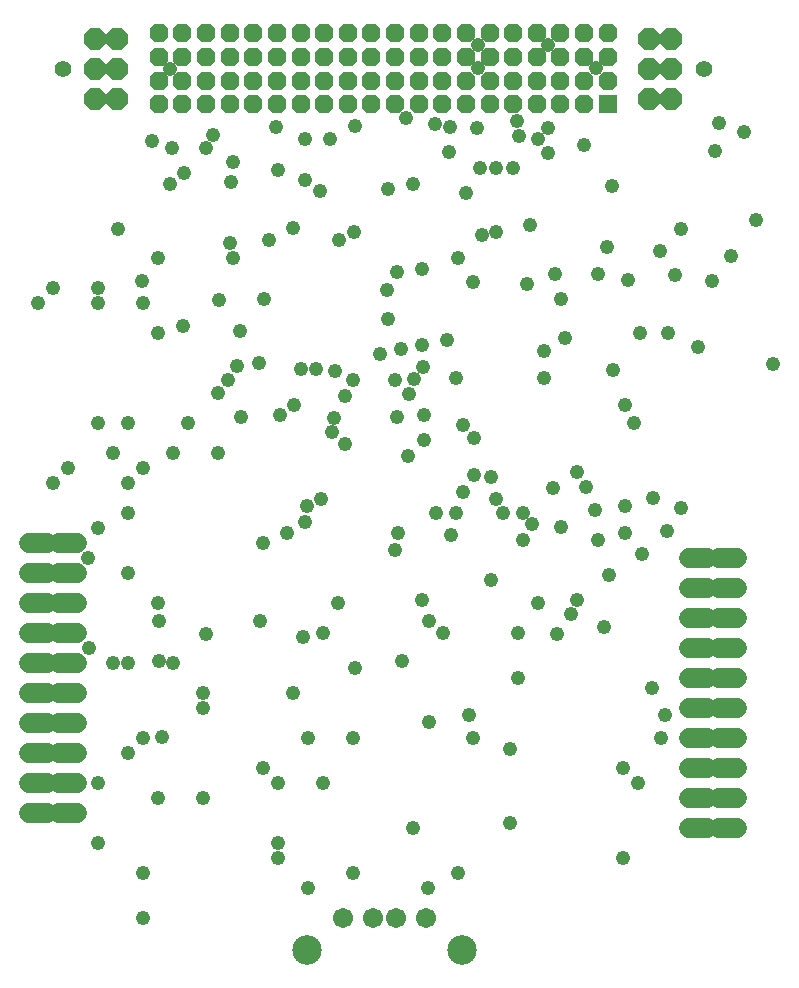
<source format=gbs>
G75*
%MOIN*%
%OFA0B0*%
%FSLAX25Y25*%
%IPPOS*%
%LPD*%
%AMOC8*
5,1,8,0,0,1.08239X$1,22.5*
%
%ADD10C,0.06800*%
%ADD11C,0.05524*%
%ADD12OC8,0.07296*%
%ADD13R,0.06186X0.06186*%
%ADD14OC8,0.06186*%
%ADD15C,0.06737*%
%ADD16C,0.09855*%
%ADD17C,0.04762*%
D10*
X0042000Y0090950D02*
X0048000Y0090950D01*
X0052000Y0090950D02*
X0058000Y0090950D01*
X0058000Y0100950D02*
X0052000Y0100950D01*
X0048000Y0100950D02*
X0042000Y0100950D01*
X0042000Y0110950D02*
X0048000Y0110950D01*
X0052000Y0110950D02*
X0058000Y0110950D01*
X0058000Y0120950D02*
X0052000Y0120950D01*
X0048000Y0120950D02*
X0042000Y0120950D01*
X0042000Y0130950D02*
X0048000Y0130950D01*
X0052000Y0130950D02*
X0058000Y0130950D01*
X0058000Y0140950D02*
X0052000Y0140950D01*
X0048000Y0140950D02*
X0042000Y0140950D01*
X0042000Y0150950D02*
X0048000Y0150950D01*
X0052000Y0150950D02*
X0058000Y0150950D01*
X0058000Y0160950D02*
X0052000Y0160950D01*
X0048000Y0160950D02*
X0042000Y0160950D01*
X0042000Y0170950D02*
X0048000Y0170950D01*
X0052000Y0170950D02*
X0058000Y0170950D01*
X0058000Y0180950D02*
X0052000Y0180950D01*
X0048000Y0180950D02*
X0042000Y0180950D01*
X0262000Y0175950D02*
X0268000Y0175950D01*
X0272000Y0175950D02*
X0278000Y0175950D01*
X0278000Y0165950D02*
X0272000Y0165950D01*
X0268000Y0165950D02*
X0262000Y0165950D01*
X0262000Y0155950D02*
X0268000Y0155950D01*
X0272000Y0155950D02*
X0278000Y0155950D01*
X0278000Y0145950D02*
X0272000Y0145950D01*
X0268000Y0145950D02*
X0262000Y0145950D01*
X0262000Y0135950D02*
X0268000Y0135950D01*
X0272000Y0135950D02*
X0278000Y0135950D01*
X0278000Y0125950D02*
X0272000Y0125950D01*
X0268000Y0125950D02*
X0262000Y0125950D01*
X0262000Y0115950D02*
X0268000Y0115950D01*
X0272000Y0115950D02*
X0278000Y0115950D01*
X0278000Y0105950D02*
X0272000Y0105950D01*
X0268000Y0105950D02*
X0262000Y0105950D01*
X0262000Y0095950D02*
X0268000Y0095950D01*
X0272000Y0095950D02*
X0278000Y0095950D01*
X0278000Y0085950D02*
X0272000Y0085950D01*
X0268000Y0085950D02*
X0262000Y0085950D01*
D11*
X0266870Y0338942D03*
X0053130Y0338942D03*
D12*
X0063996Y0339060D03*
X0063996Y0329060D03*
X0071398Y0329060D03*
X0071398Y0339060D03*
X0071398Y0349060D03*
X0063996Y0349060D03*
X0248602Y0349056D03*
X0256004Y0349056D03*
X0256004Y0339056D03*
X0256004Y0329056D03*
X0248602Y0329056D03*
X0248602Y0339056D03*
D13*
X0234803Y0327249D03*
D14*
X0234803Y0335123D03*
X0226929Y0335123D03*
X0226929Y0327249D03*
X0219055Y0327249D03*
X0219055Y0335123D03*
X0211181Y0335123D03*
X0211181Y0327249D03*
X0203307Y0327249D03*
X0195433Y0327249D03*
X0195433Y0335123D03*
X0203307Y0335123D03*
X0203307Y0342997D03*
X0195433Y0342997D03*
X0195433Y0350871D03*
X0203307Y0350871D03*
X0211181Y0350871D03*
X0211181Y0342997D03*
X0219055Y0342997D03*
X0226929Y0342997D03*
X0226929Y0350871D03*
X0219055Y0350871D03*
X0234803Y0350871D03*
X0234803Y0342997D03*
X0187559Y0342997D03*
X0179685Y0342997D03*
X0179685Y0350871D03*
X0187559Y0350871D03*
X0187559Y0335123D03*
X0187559Y0327249D03*
X0179685Y0327249D03*
X0179685Y0335123D03*
X0171811Y0335123D03*
X0171811Y0327249D03*
X0163937Y0327249D03*
X0163937Y0335123D03*
X0156063Y0335123D03*
X0156063Y0327249D03*
X0148189Y0327249D03*
X0148189Y0335123D03*
X0140315Y0335123D03*
X0140315Y0327249D03*
X0132441Y0327249D03*
X0132441Y0335123D03*
X0124567Y0335123D03*
X0124567Y0327249D03*
X0116693Y0327249D03*
X0108819Y0327249D03*
X0108819Y0335123D03*
X0116693Y0335123D03*
X0116693Y0342997D03*
X0124567Y0342997D03*
X0124567Y0350871D03*
X0116693Y0350871D03*
X0108819Y0350871D03*
X0108819Y0342997D03*
X0100945Y0342997D03*
X0093071Y0342997D03*
X0093071Y0350871D03*
X0100945Y0350871D03*
X0100945Y0335123D03*
X0100945Y0327249D03*
X0093071Y0327249D03*
X0093071Y0335123D03*
X0085197Y0335123D03*
X0085197Y0327249D03*
X0085197Y0342997D03*
X0085197Y0350871D03*
X0132441Y0350871D03*
X0132441Y0342997D03*
X0140315Y0342997D03*
X0140315Y0350871D03*
X0148189Y0350871D03*
X0148189Y0342997D03*
X0156063Y0342997D03*
X0156063Y0350871D03*
X0163937Y0350871D03*
X0163937Y0342997D03*
X0171811Y0342997D03*
X0171811Y0350871D03*
D15*
X0174230Y0056142D03*
X0164387Y0056142D03*
X0156513Y0056142D03*
X0146670Y0056142D03*
D16*
X0134584Y0045472D03*
X0186316Y0045472D03*
D17*
X0065000Y0080950D03*
X0080000Y0070950D03*
X0080000Y0055950D03*
X0085000Y0095950D03*
X0075000Y0110950D03*
X0080000Y0115950D03*
X0086375Y0116275D03*
X0100000Y0125950D03*
X0100000Y0130950D03*
X0090000Y0140950D03*
X0085250Y0141700D03*
X0075000Y0140950D03*
X0070000Y0140950D03*
X0061800Y0145950D03*
X0085250Y0155200D03*
X0085000Y0160950D03*
X0075000Y0170950D03*
X0061575Y0175950D03*
X0065000Y0185950D03*
X0075000Y0190950D03*
X0075000Y0200950D03*
X0080000Y0205950D03*
X0090000Y0210950D03*
X0095000Y0220950D03*
X0105000Y0230950D03*
X0108200Y0235525D03*
X0111350Y0240025D03*
X0118425Y0240900D03*
X0112250Y0251725D03*
X0105275Y0262075D03*
X0110000Y0275950D03*
X0108875Y0281200D03*
X0121925Y0282100D03*
X0130025Y0285925D03*
X0139025Y0298525D03*
X0133850Y0302125D03*
X0124775Y0305500D03*
X0134075Y0315625D03*
X0142400Y0315850D03*
X0150725Y0319900D03*
X0167600Y0322600D03*
X0177275Y0320575D03*
X0182225Y0319675D03*
X0182000Y0311350D03*
X0191225Y0319450D03*
X0192350Y0305950D03*
X0197750Y0305950D03*
X0203375Y0305950D03*
X0205400Y0316750D03*
X0204725Y0321700D03*
X0211475Y0315850D03*
X0215075Y0319450D03*
X0215000Y0310950D03*
X0227000Y0313600D03*
X0236225Y0300100D03*
X0234650Y0279850D03*
X0231500Y0270850D03*
X0241625Y0268825D03*
X0252200Y0278500D03*
X0257375Y0270400D03*
X0269750Y0268375D03*
X0276050Y0276700D03*
X0284375Y0288850D03*
X0270725Y0311625D03*
X0271775Y0321025D03*
X0280325Y0318100D03*
X0259400Y0285700D03*
X0255000Y0250950D03*
X0245450Y0251050D03*
X0236450Y0238675D03*
X0240500Y0227200D03*
X0243650Y0220900D03*
X0227675Y0199750D03*
X0224750Y0204700D03*
X0216425Y0199300D03*
X0206750Y0191200D03*
X0209675Y0187375D03*
X0206750Y0182200D03*
X0200000Y0191200D03*
X0197750Y0195700D03*
X0195950Y0202900D03*
X0190100Y0203800D03*
X0186500Y0197950D03*
X0184250Y0191200D03*
X0177750Y0190950D03*
X0182450Y0183550D03*
X0195950Y0168700D03*
X0211475Y0161050D03*
X0222500Y0157450D03*
X0224750Y0161950D03*
X0233750Y0152950D03*
X0218000Y0150700D03*
X0205000Y0150950D03*
X0205000Y0135950D03*
X0190000Y0115950D03*
X0188750Y0123700D03*
X0175250Y0121450D03*
X0166250Y0141700D03*
X0150500Y0139450D03*
X0140000Y0150950D03*
X0133175Y0149575D03*
X0119000Y0155200D03*
X0101000Y0150700D03*
X0130000Y0130950D03*
X0135000Y0115950D03*
X0150000Y0115950D03*
X0140000Y0100950D03*
X0125000Y0100950D03*
X0120000Y0105950D03*
X0100000Y0095950D03*
X0125000Y0080950D03*
X0125000Y0075950D03*
X0135000Y0065950D03*
X0150000Y0070950D03*
X0170000Y0085950D03*
X0185000Y0070950D03*
X0175000Y0065950D03*
X0202250Y0087700D03*
X0202250Y0112450D03*
X0180000Y0150950D03*
X0175250Y0155200D03*
X0173000Y0161950D03*
X0163875Y0178700D03*
X0164900Y0184450D03*
X0168275Y0209875D03*
X0173450Y0215275D03*
X0173450Y0223600D03*
X0168500Y0230575D03*
X0170175Y0235725D03*
X0173225Y0239575D03*
X0172775Y0247000D03*
X0165800Y0245650D03*
X0159050Y0244075D03*
X0163775Y0235300D03*
X0164675Y0223150D03*
X0147350Y0229900D03*
X0150050Y0235300D03*
X0143975Y0238450D03*
X0137450Y0238900D03*
X0132500Y0239125D03*
X0130250Y0227200D03*
X0125525Y0223600D03*
X0112475Y0222925D03*
X0105000Y0210950D03*
X0120000Y0180950D03*
X0128000Y0184450D03*
X0134075Y0188050D03*
X0134750Y0193450D03*
X0139250Y0195700D03*
X0147125Y0213925D03*
X0142850Y0217975D03*
X0143750Y0222700D03*
X0161525Y0255775D03*
X0161125Y0265225D03*
X0164675Y0271300D03*
X0173000Y0272425D03*
X0185000Y0275950D03*
X0189875Y0267925D03*
X0193025Y0283675D03*
X0197525Y0284800D03*
X0187625Y0297625D03*
X0169775Y0300725D03*
X0161525Y0298975D03*
X0150400Y0284600D03*
X0145325Y0281875D03*
X0120350Y0262525D03*
X0093125Y0253525D03*
X0085000Y0250950D03*
X0080000Y0260950D03*
X0079625Y0268375D03*
X0085000Y0275950D03*
X0071750Y0285700D03*
X0065000Y0265950D03*
X0065000Y0260950D03*
X0050000Y0265950D03*
X0045000Y0260950D03*
X0065000Y0220950D03*
X0070000Y0210950D03*
X0075000Y0220950D03*
X0055000Y0205950D03*
X0050000Y0200950D03*
X0065000Y0100950D03*
X0145000Y0160950D03*
X0190100Y0215950D03*
X0186500Y0220450D03*
X0184250Y0236200D03*
X0181325Y0248575D03*
X0207875Y0267250D03*
X0217325Y0270850D03*
X0219350Y0262525D03*
X0220475Y0249475D03*
X0213500Y0245200D03*
X0213500Y0236200D03*
X0230600Y0192100D03*
X0231500Y0182200D03*
X0240500Y0184450D03*
X0240500Y0193450D03*
X0250000Y0195950D03*
X0259325Y0192700D03*
X0254450Y0185125D03*
X0246350Y0177475D03*
X0235100Y0170275D03*
X0219100Y0186400D03*
X0249500Y0132700D03*
X0254000Y0123700D03*
X0252750Y0115950D03*
X0240000Y0105950D03*
X0245000Y0100950D03*
X0240000Y0075950D03*
X0290000Y0240700D03*
X0264800Y0246325D03*
X0208775Y0287050D03*
X0191450Y0339250D03*
X0191450Y0346900D03*
X0215075Y0346900D03*
X0230825Y0339250D03*
X0124175Y0319675D03*
X0110000Y0308200D03*
X0109100Y0301225D03*
X0101000Y0312700D03*
X0103250Y0317200D03*
X0093575Y0304375D03*
X0089075Y0300775D03*
X0089525Y0312700D03*
X0083000Y0314950D03*
X0089075Y0339025D03*
M02*

</source>
